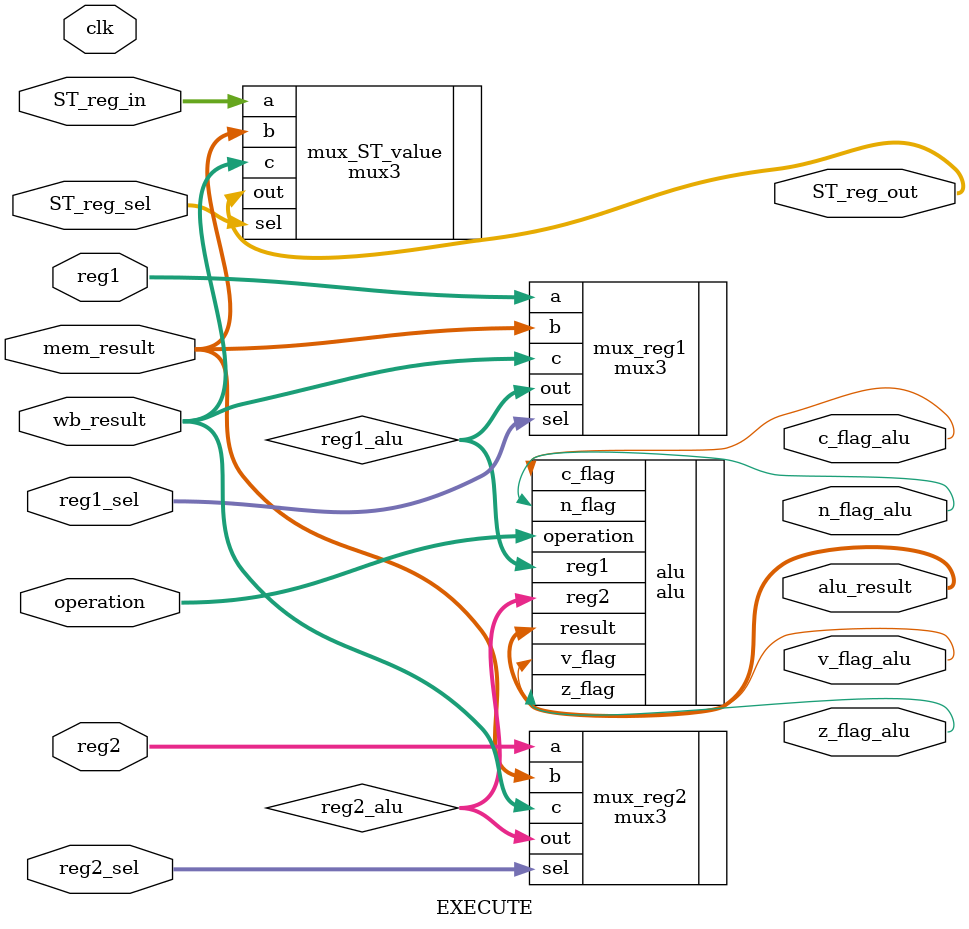
<source format=sv>
module EXECUTE (
  input clk,
  input [1:0] reg1_sel, reg2_sel, ST_reg_sel, // valores desde forwarding
  input [3:0] operation, // seleccion operacion para alu
  input [31:0] reg1, reg2, mem_result, wb_result, ST_reg_in, // registros de decode, mem y wb
  output [31:0] alu_result,   
  output z_flag_alu,
  output n_flag_alu,
  output v_flag_alu,
  output c_flag_alu, 
  output [31:0] ST_reg_out 
);

  wire [31:0] reg1_alu, reg2_alu;
  
  // mux para reg1 de alu
  mux3 mux_reg1 (
    .a(reg1),
    .b(mem_result),
    .c(wb_result),
    .sel(reg1_sel),
    .out(reg1_alu)
  );

  // mux para reg2 de alu
  mux3 mux_reg2 (
    .a(reg2),
    .b(mem_result),
    .c(wb_result),
    .sel(reg2_sel),
    .out(reg2_alu)
  );
	
  // mux para reg a almacenar
  mux3 mux_ST_value (
    .a(ST_reg_in),
    .b(mem_result),
    .c(wb_result),
    .sel(ST_reg_sel),
    .out(ST_reg_out)
  );
  
  // alu con registros desde decode, wb, mem y con adelantamiento
  alu alu(
    .reg1(reg1_alu),
    .reg2(reg2_alu),
    .operation(operation),
    .result(alu_result),
	 .z_flag(z_flag_alu),
	 .n_flag(n_flag_alu),
	 .v_flag(v_flag_alu),
	 .c_flag(c_flag_alu)
  );
endmodule
</source>
